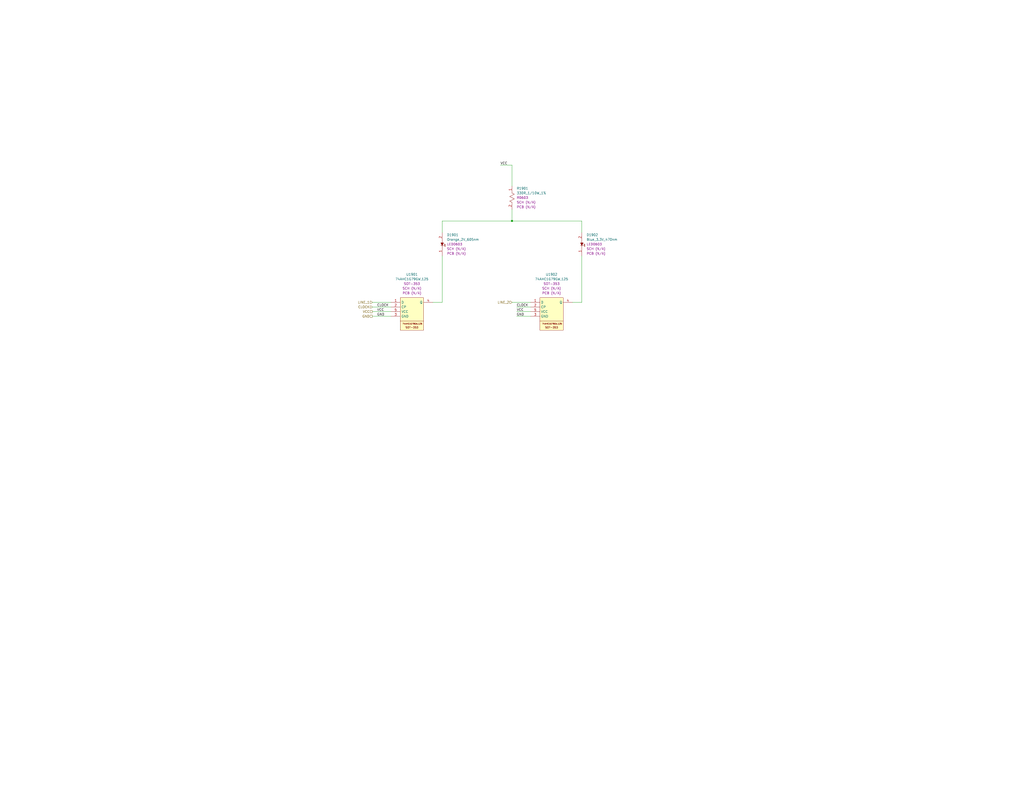
<source format=kicad_sch>
(kicad_sch (version 20231120) (generator "eeschema") (generator_version "8.0")
  (paper "C")
  (title_block (comment 2 "RELEASED"))
  (lib_symbols
    (symbol "_SCHLIB_ESP32-IsoLink:DIODE_LED_Blue_3.3V_20mA_470nm_LED0603" (exclude_from_sim yes)
      (property "Reference" "D" (at 2.794 3.81 0))
      (property "Value" "Blue_3.3V_470nm" (at 2.794 6.096 0))
      (property "Package" "LED0603" (at 2.794 11.43 0))
      (property "SCH CHECK" "SCH (N/A)" (at 2.794 16.256 0))
      (property "PCB CHECk" "PCB (N/A)" (at 2.794 19.05 0))
      (symbol "DIODE_LED_Blue_3.3V_20mA_470nm_LED0603_0_1"
        (polyline private (pts (xy 2.54 2.54) (xy 27.94 2.54)))
        (polyline private (pts (xy 2.54 5.08) (xy 27.94 5.08)))
        (polyline private (pts (xy 2.54 7.62) (xy 27.94 7.62)))
        (polyline private (pts (xy 2.54 10.16) (xy 27.94 10.16)))
        (polyline private (pts (xy 2.54 12.7) (xy 27.94 12.7)))
        (polyline private (pts (xy 2.54 15.24) (xy 27.94 15.24)))
        (polyline private (pts (xy 2.54 17.78) (xy 27.94 17.78)))
        (polyline private (pts (xy 2.54 20.32) (xy 27.94 20.32)))
        (polyline private (pts (xy 2.54 22.86) (xy 27.94 22.86)))
        (polyline private (pts (xy 2.54 25.4) (xy 27.94 25.4)))
        (polyline private (pts (xy 2.54 27.94) (xy 27.94 27.94)))
        (polyline private (pts (xy 2.54 30.48) (xy 27.94 30.48)))
        (polyline private (pts (xy 2.54 33.02) (xy 27.94 33.02)))
        (polyline private (pts (xy 2.54 35.56) (xy 27.94 35.56)))
        (polyline private (pts (xy 2.54 38.1) (xy 27.94 38.1)))
        (polyline private (pts (xy 2.54 40.64) (xy 27.94 40.64)))
        (polyline private (pts (xy 2.54 43.18) (xy 27.94 43.18)))
        (polyline private (pts (xy 2.54 45.72) (xy 27.94 45.72)))
        (polyline private (pts (xy 2.54 48.26) (xy 27.94 48.26)))
        (polyline private (pts (xy 2.54 50.8) (xy 27.94 50.8)))
      )
      (symbol "DIODE_LED_Blue_3.3V_20mA_470nm_LED0603_1_1"
        (polyline (pts (xy 5.588 0) (xy 5.08 0)))
        (polyline (pts (xy 6.096 1.016) (xy 6.604 1.524)))
        (polyline (pts (xy 6.858 1.016) (xy 7.366 1.524)))
        (polyline (pts (xy 7.112 0) (xy 7.62 0)))
        (polyline (pts (xy 7.112 0.762) (xy 7.112 -0.762)))
        (polyline (pts (xy 5.588 0.762) (xy 5.588 -0.762) (xy 7.112 0) (xy 5.588 0.762)) (fill (type outline)))
        (polyline (pts (xy 6.35 1.524) (xy 6.604 1.27) (xy 6.858 1.778) (xy 6.35 1.524)))
        (polyline (pts (xy 7.112 1.524) (xy 7.366 1.27) (xy 7.62 1.778) (xy 7.112 1.524)))
        (pin passive line (at 12.7 0 180) (length 5.08) (name "") (number "1"))
        (pin passive line (at 0 0 0) (length 5.08) (name "") (number "2"))
      )
    )
    (symbol "_SCHLIB_ESP32-IsoLink:DIODE_LED_Orange_2V_20mA_605nm_LED0603" (exclude_from_sim yes)
      (property "Reference" "D" (at 2.794 3.81 0))
      (property "Value" "Orange_2V_605nm" (at 2.794 6.096 0))
      (property "Package" "LED0603" (at 2.794 11.43 0))
      (property "SCH CHECK" "SCH (N/A)" (at 2.794 16.256 0))
      (property "PCB CHECk" "PCB (N/A)" (at 2.794 19.05 0))
      (symbol "DIODE_LED_Orange_2V_20mA_605nm_LED0603_0_1"
        (polyline private (pts (xy 2.54 2.54) (xy 27.94 2.54)))
        (polyline private (pts (xy 2.54 5.08) (xy 27.94 5.08)))
        (polyline private (pts (xy 2.54 7.62) (xy 27.94 7.62)))
        (polyline private (pts (xy 2.54 10.16) (xy 27.94 10.16)))
        (polyline private (pts (xy 2.54 12.7) (xy 27.94 12.7)))
        (polyline private (pts (xy 2.54 15.24) (xy 27.94 15.24)))
        (polyline private (pts (xy 2.54 17.78) (xy 27.94 17.78)))
        (polyline private (pts (xy 2.54 20.32) (xy 27.94 20.32)))
        (polyline private (pts (xy 2.54 22.86) (xy 27.94 22.86)))
        (polyline private (pts (xy 2.54 25.4) (xy 27.94 25.4)))
        (polyline private (pts (xy 2.54 27.94) (xy 27.94 27.94)))
        (polyline private (pts (xy 2.54 30.48) (xy 27.94 30.48)))
        (polyline private (pts (xy 2.54 33.02) (xy 27.94 33.02)))
        (polyline private (pts (xy 2.54 35.56) (xy 27.94 35.56)))
        (polyline private (pts (xy 2.54 38.1) (xy 27.94 38.1)))
        (polyline private (pts (xy 2.54 40.64) (xy 27.94 40.64)))
        (polyline private (pts (xy 2.54 43.18) (xy 27.94 43.18)))
        (polyline private (pts (xy 2.54 45.72) (xy 27.94 45.72)))
        (polyline private (pts (xy 2.54 48.26) (xy 27.94 48.26)))
        (polyline private (pts (xy 2.54 50.8) (xy 27.94 50.8)))
      )
      (symbol "DIODE_LED_Orange_2V_20mA_605nm_LED0603_1_1"
        (polyline (pts (xy 5.588 0) (xy 5.08 0)))
        (polyline (pts (xy 6.096 1.016) (xy 6.604 1.524)))
        (polyline (pts (xy 6.858 1.016) (xy 7.366 1.524)))
        (polyline (pts (xy 7.112 0) (xy 7.62 0)))
        (polyline (pts (xy 7.112 0.762) (xy 7.112 -0.762)))
        (polyline (pts (xy 5.588 0.762) (xy 5.588 -0.762) (xy 7.112 0) (xy 5.588 0.762)) (fill (type outline)))
        (polyline (pts (xy 6.35 1.524) (xy 6.604 1.27) (xy 6.858 1.778) (xy 6.35 1.524)))
        (polyline (pts (xy 7.112 1.524) (xy 7.366 1.27) (xy 7.62 1.778) (xy 7.112 1.524)))
        (pin passive line (at 12.7 0 180) (length 5.08) (name "") (number "1"))
        (pin passive line (at 0 0 0) (length 5.08) (name "") (number "2"))
      )
    )
    (symbol "_SCHLIB_ESP32-IsoLink:IC_FF_74AHC1G79GW,125_D Type_1 Bit_SOT-353" (exclude_from_sim yes)
      (property "Reference" "U" (at 2.794 3.81 0))
      (property "Value" "74AHC1G79GW,125" (at 2.794 6.096 0))
      (property "Package" "SOT-353" (at 2.794 11.43 0))
      (property "SCH CHECK" "SCH (N/A)" (at 2.794 16.256 0))
      (property "PCB CHECk" "PCB (N/A)" (at 2.794 19.05 0))
      (symbol "IC_FF_74AHC1G79GW,125_D Type_1 Bit_SOT-353_0_1"
        (polyline private (pts (xy 2.54 2.54) (xy 27.94 2.54)))
        (polyline private (pts (xy 2.54 5.08) (xy 27.94 5.08)))
        (polyline private (pts (xy 2.54 7.62) (xy 27.94 7.62)))
        (polyline private (pts (xy 2.54 10.16) (xy 27.94 10.16)))
        (polyline private (pts (xy 2.54 12.7) (xy 27.94 12.7)))
        (polyline private (pts (xy 2.54 15.24) (xy 27.94 15.24)))
        (polyline private (pts (xy 2.54 17.78) (xy 27.94 17.78)))
        (polyline private (pts (xy 2.54 20.32) (xy 27.94 20.32)))
        (polyline private (pts (xy 2.54 22.86) (xy 27.94 22.86)))
        (polyline private (pts (xy 2.54 25.4) (xy 27.94 25.4)))
        (polyline private (pts (xy 2.54 27.94) (xy 27.94 27.94)))
        (polyline private (pts (xy 2.54 30.48) (xy 27.94 30.48)))
        (polyline private (pts (xy 2.54 33.02) (xy 27.94 33.02)))
        (polyline private (pts (xy 2.54 35.56) (xy 27.94 35.56)))
        (polyline private (pts (xy 2.54 38.1) (xy 27.94 38.1)))
        (polyline private (pts (xy 2.54 40.64) (xy 27.94 40.64)))
        (polyline private (pts (xy 2.54 43.18) (xy 27.94 43.18)))
        (polyline private (pts (xy 2.54 45.72) (xy 27.94 45.72)))
        (polyline private (pts (xy 2.54 48.26) (xy 27.94 48.26)))
        (polyline private (pts (xy 2.54 50.8) (xy 27.94 50.8)))
      )
      (symbol "IC_FF_74AHC1G79GW,125_D Type_1 Bit_SOT-353_1_1"
        (polyline (pts (xy 0 -12.7) (xy 12.7 -12.7)))
        (rectangle (start 0 0) (end 12.7 -17.78) (fill (type background)))
        (text "74AHC1G79GW,125" (at 6.604 -14.224 0) (effects (font (size 0.762 0.762))))
        (text "SOT-353" (at 6.35 -16.256 0) (effects (font (size 1.016 1.016))))
        (pin passive line (at -5.08 -2.54 0) (length 5.08) (name "D") (number "1"))
        (pin passive line (at -5.08 -5.08 0) (length 5.08) (name "CP") (number "2"))
        (pin passive line (at -5.08 -10.16 0) (length 5.08) (name "GND") (number "3"))
        (pin passive line (at 17.78 -2.54 180) (length 5.08) (name "Q") (number "4"))
        (pin passive line (at -5.08 -7.62 0) (length 5.08) (name "VCC") (number "5"))
      )
    )
    (symbol "_SCHLIB_ESP32-IsoLink:RES_330R_1/10W_1%_R0603" (exclude_from_sim yes)
      (property "Reference" "R" (at 2.794 3.81 0))
      (property "Value" "330R_1/10W_1%" (at 2.794 6.096 0))
      (property "Package" "R0603" (at 2.794 11.43 0))
      (property "SCH CHECK" "SCH (N/A)" (at 2.794 16.256 0))
      (property "PCB CHECk" "PCB (N/A)" (at 2.794 19.05 0))
      (symbol "RES_330R_1/10W_1%_R0603_0_1"
        (polyline private (pts (xy 2.54 2.54) (xy 27.94 2.54)))
        (polyline private (pts (xy 2.54 5.08) (xy 27.94 5.08)))
        (polyline private (pts (xy 2.54 7.62) (xy 27.94 7.62)))
        (polyline private (pts (xy 2.54 10.16) (xy 27.94 10.16)))
        (polyline private (pts (xy 2.54 12.7) (xy 27.94 12.7)))
        (polyline private (pts (xy 2.54 15.24) (xy 27.94 15.24)))
        (polyline private (pts (xy 2.54 17.78) (xy 27.94 17.78)))
        (polyline private (pts (xy 2.54 20.32) (xy 27.94 20.32)))
        (polyline private (pts (xy 2.54 22.86) (xy 27.94 22.86)))
        (polyline private (pts (xy 2.54 25.4) (xy 27.94 25.4)))
        (polyline private (pts (xy 2.54 27.94) (xy 27.94 27.94)))
        (polyline private (pts (xy 2.54 30.48) (xy 27.94 30.48)))
        (polyline private (pts (xy 2.54 33.02) (xy 27.94 33.02)))
        (polyline private (pts (xy 2.54 35.56) (xy 27.94 35.56)))
        (polyline private (pts (xy 2.54 38.1) (xy 27.94 38.1)))
        (polyline private (pts (xy 2.54 40.64) (xy 27.94 40.64)))
        (polyline private (pts (xy 2.54 43.18) (xy 27.94 43.18)))
        (polyline private (pts (xy 2.54 45.72) (xy 27.94 45.72)))
        (polyline private (pts (xy 2.54 48.26) (xy 27.94 48.26)))
        (polyline private (pts (xy 2.54 50.8) (xy 27.94 50.8)))
        (polyline (pts (xy 3.81 0) (xy 4.445 1.27) (xy 5.715 -1.27) (xy 6.985 1.27) (xy 8.255 -1.27) (xy 8.89 0)))
      )
      (symbol "RES_330R_1/10W_1%_R0603_1_1"
        (pin passive line (at 0 0 0) (length 3.81) (name "") (number "1"))
        (pin passive line (at 12.7 0 180) (length 3.81) (name "") (number "2"))
      )
    )
  )
  (junction (at 279.4 120.65))
  (wire (pts (xy 236.22 165.1) (xy 241.3 165.1)))
  (wire (pts (xy 203.2 165.1) (xy 213.36 165.1)))
  (wire (pts (xy 241.3 120.65) (xy 241.3 127)))
  (wire (pts (xy 203.2 167.64) (xy 213.36 167.64)))
  (wire (pts (xy 281.94 167.64) (xy 289.56 167.64)))
  (wire (pts (xy 317.5 139.7) (xy 317.5 165.1)))
  (wire (pts (xy 279.4 114.3) (xy 279.4 120.65)))
  (wire (pts (xy 279.4 165.1) (xy 289.56 165.1)))
  (wire (pts (xy 281.94 172.72) (xy 289.56 172.72)))
  (wire (pts (xy 203.2 170.18) (xy 213.36 170.18)))
  (wire (pts (xy 279.4 90.17) (xy 279.4 101.6)))
  (wire (pts (xy 312.42 165.1) (xy 317.5 165.1)))
  (wire (pts (xy 241.3 139.7) (xy 241.3 165.1)))
  (wire (pts (xy 279.4 120.65) (xy 241.3 120.65)))
  (wire (pts (xy 203.2 172.72) (xy 213.36 172.72)))
  (wire (pts (xy 273.05 90.17) (xy 279.4 90.17)))
  (wire (pts (xy 317.5 127) (xy 317.5 120.65)))
  (wire (pts (xy 317.5 120.65) (xy 279.4 120.65)))
  (wire (pts (xy 281.94 170.18) (xy 289.56 170.18)))
  (label "VCC" (at 273.05 90.17 0))
  (label "GND" (at 205.74 172.72 0))
  (label "CLOCK" (at 205.74 167.64 0))
  (label "VCC" (at 281.94 170.18 0))
  (label "CLOCK" (at 281.94 167.64 0))
  (label "GND" (at 281.94 172.72 0))
  (label "VCC" (at 205.74 170.18 0))
  (hierarchical_label "GND" (shape passive) (at 203.2 172.72 180))
  (hierarchical_label "CLOCK" (shape input) (at 203.2 167.64 180))
  (hierarchical_label "LINE_1" (shape input) (at 203.2 165.1 180))
  (hierarchical_label "VCC" (shape passive) (at 203.2 170.18 180))
  (hierarchical_label "LINE_2" (shape input) (at 279.4 165.1 180))
  (symbol (lib_id "_SCHLIB_ESP32-IsoLink:RES_330R_1/10W_1%_R0603") (at 279.4 101.6 270) (unit 1) (exclude_from_sim yes)
    (property "Reference" "R1901" (at 281.94 102.8699 90) (effects (justify left)))
    (property "Value" "330R_1/10W_1%" (at 281.94 105.4099 90) (effects (justify left)))
    (property "Footprint" "_PCBLIB_ESP32-IsoLink:R_0603_1608Metric" (effects (hide yes)))
    (property "Datasheet" "https://www.te.com/usa-en/product-1622918-1.datasheet.pdf" (effects (hide yes)))
    (property "Description" "330 Ohms ±1% 0.1W, 1/10W Chip Resistor 0603 (1608 Metric) Thick Film" (effects (hide yes)))
    (property "Package" "R0603" (at 281.94 107.9499 90) (effects (justify left)))
    (property "Manufacturer 1" "TE Connectivity Passive Product" (effects (hide yes)))
    (property "MPN 1" "CRG0603F330R" (effects (hide yes)))
    (property "Vendor 1 Part# - TR" "A121525TR-ND" (effects (hide yes)))
    (property "Vendor 1 Part# - CT" "A121525CT-ND" (effects (hide yes)))
    (property "Vendor 1" "Digikey" (effects (hide yes)))
    (property "Purchase Link 1" "https://www.digikey.ca/en/products/detail/te-connectivity-passive-product/CRG0603F330R/2380765" (effects (hide yes)))
    (property "Manufacturer 2" "YAGEO" (effects (hide yes)))
    (property "MPN 2" "RC0603FR-07330RL" (effects (hide yes)))
    (property "Vendor 2 Part# - TR" "C105881" (effects (hide yes)))
    (property "Vendor 2 Part# - CT" "C105881" (effects (hide yes)))
    (property "Vendor 2" "LCSC Electronics" (effects (hide yes)))
    (property "Purchase Link 2" "https://www.lcsc.com/product-detail/Chip-Resistor-Surface-Mount_YAGEO-RC0603FR-07330RL_C105881.html" (effects (hide yes)))
    (property "SCH CHECK" "SCH (N/A)" (at 281.94 110.4899 90) (effects (justify left)))
    (property "PCB CHECk" "PCB (N/A)" (at 281.94 113.0299 90) (effects (justify left)))
    (instances (project "_HW_ESP32-IsoLink" (path "" (reference "R1901") (unit 1)) (path "" (reference "R2101") (unit 1)) (path "" (reference "R2201") (unit 1)) (path "" (reference "R2001") (unit 1))))
  )
  (symbol (lib_id "_SCHLIB_ESP32-IsoLink:DIODE_LED_Blue_3.3V_20mA_470nm_LED0603") (at 317.5 127 270) (unit 1) (exclude_from_sim yes)
    (property "Reference" "D1902" (at 320.04 128.2699 90) (effects (justify left)))
    (property "Value" "Blue_3.3V_470nm" (at 320.04 130.8099 90) (effects (justify left)))
    (property "Footprint" "_PCBLIB_ESP32-IsoLink:LED_0603_1608Metric" (effects (hide yes)))
    (property "Datasheet" "https://mm.digikey.com/Volume0/opasdata/d220001/medias/docus/3629/B1931NB--20C007614U1930.pdf" (effects (hide yes)))
    (property "Description" "Blue 470nm LED Indication - Discrete 3.3V 0603 (1608 Metric)" (effects (hide yes)))
    (property "Package" "LED0603" (at 320.04 133.3499 90) (effects (justify left)))
    (property "Manufacturer 1" "Harvatek Corporation" (effects (hide yes)))
    (property "MPN 1" "B1931NB--20C007614U1930" (effects (hide yes)))
    (property "Vendor 1 Part# - TR" "3147-B1931NB--20C007614U1930TR-ND" (effects (hide yes)))
    (property "Vendor 1 Part# - CT" "3147-B1931NB--20C007614U1930CT-ND" (effects (hide yes)))
    (property "Vendor 1" "Digikey" (effects (hide yes)))
    (property "Purchase Link 1" "https://www.digikey.ca/en/products/detail/harvatek-corporation/B1931NB-20C007614U1930/15861263" (effects (hide yes)))
    (property "Manufacturer 2" "TUOZHAN" (effects (hide yes)))
    (property "MPN 2" "F.0603.00007/P2-0603B2TS2-06T-002" (effects (hide yes)))
    (property "Vendor 2 Part# - TR" "C7496809" (effects (hide yes)))
    (property "Vendor 2 Part# - CT" "C7496809" (effects (hide yes)))
    (property "Vendor 2" "LCSC Electronics" (effects (hide yes)))
    (property "Purchase Link 2" "https://www.lcsc.com/product-detail/LED-Indication-Discrete_TUOZHAN-F-0603-00007-P2-0603B2TS2-06T-002_C7496809.html?s_z=n_LED" (effects (hide yes)))
    (property "SCH CHECK" "SCH (N/A)" (at 320.04 135.8899 90) (effects (justify left)))
    (property "PCB CHECk" "PCB (N/A)" (at 320.04 138.4299 90) (effects (justify left)))
    (instances (project "_HW_ESP32-IsoLink" (path "" (reference "D1902") (unit 1)) (path "" (reference "D2102") (unit 1)) (path "" (reference "D2202") (unit 1)) (path "" (reference "D2002") (unit 1))))
  )
  (symbol (lib_id "_SCHLIB_ESP32-IsoLink:DIODE_LED_Orange_2V_20mA_605nm_LED0603") (at 241.3 127 270) (unit 1) (exclude_from_sim yes)
    (property "Reference" "D1901" (at 243.84 128.2699 90) (effects (justify left)))
    (property "Value" "Orange_2V_605nm" (at 243.84 130.8099 90) (effects (justify left)))
    (property "Footprint" "_PCBLIB_ESP32-IsoLink:LED_0603_1608Metric" (effects (hide yes)))
    (property "Datasheet" "https://mm.digikey.com/Volume0/opasdata/d220001/medias/docus/3697/B1911UD--20D001014U1930.pdf" (effects (hide yes)))
    (property "Description" "Orange 605nm LED Indication - Discrete 2V 0603 (1608 Metric)" (effects (hide yes)))
    (property "Package" "LED0603" (at 243.84 133.3499 90) (effects (justify left)))
    (property "Manufacturer 1" "Harvatek Corporation" (effects (hide yes)))
    (property "MPN 1" "B1911UD--20D001014U1930" (effects (hide yes)))
    (property "Vendor 1 Part# - TR" "3147-B1911UD--20D001014U1930TR-ND" (effects (hide yes)))
    (property "Vendor 1 Part# - CT" "3147-B1911UD--20D001014U1930CT-ND" (effects (hide yes)))
    (property "Vendor 1" "Digikey" (effects (hide yes)))
    (property "Purchase Link 1" "https://www.digikey.ca/en/products/detail/harvatek-corporation/B1911UD-20D001014U1930/15519993" (effects (hide yes)))
    (property "Manufacturer 2" "Lite-On" (effects (hide yes)))
    (property "MPN 2" "LTST-C190KFKT" (effects (hide yes)))
    (property "Vendor 2 Part# - TR" "C157740" (effects (hide yes)))
    (property "Vendor 2 Part# - CT" "C157740" (effects (hide yes)))
    (property "Vendor 2" "LCSC Electronics" (effects (hide yes)))
    (property "Purchase Link 2" "https://www.lcsc.com/product-detail/LED-Indication-Discrete_Lite-On-LTST-C190KFKT_C157740.html?s_z=n_LED" (effects (hide yes)))
    (property "SCH CHECK" "SCH (N/A)" (at 243.84 135.8899 90) (effects (justify left)))
    (property "PCB CHECk" "PCB (N/A)" (at 243.84 138.4299 90) (effects (justify left)))
    (instances (project "_HW_ESP32-IsoLink" (path "" (reference "D1901") (unit 1)) (path "" (reference "D2101") (unit 1)) (path "" (reference "D2201") (unit 1)) (path "" (reference "D2001") (unit 1))))
  )
  (symbol (lib_id "_SCHLIB_ESP32-IsoLink:IC_FF_74AHC1G79GW,125_D Type_1 Bit_SOT-353") (at 294.64 162.56 0) (unit 1) (exclude_from_sim yes)
    (property "Reference" "U1902" (at 300.99 149.86 0))
    (property "Value" "74AHC1G79GW,125" (at 300.99 152.4 0))
    (property "Footprint" "_PCBLIB_ESP32-IsoLink:SOT-353_SC-70-5" (effects (hide yes)))
    (property "Datasheet" "https://assets.nexperia.com/documents/data-sheet/74AHC_AHCT1G79.pdf" (effects (hide yes)))
    (property "Description" "Flip Flop 1 Element D-Type 1 Bit Positive Edge 5-TSSOP, SC-70-5, SOT-353" (effects (hide yes)))
    (property "Package" "SOT-353" (at 300.99 154.94 0))
    (property "Manufacturer 1" "Nexperia USA Inc." (effects (hide yes)))
    (property "MPN 1" "74AHC1G79GW,125" (effects (hide yes)))
    (property "Vendor 1 Part# - TR" "1727-6019-2-ND" (effects (hide yes)))
    (property "Vendor 1 Part# - CT" "1727-6019-1-ND" (effects (hide yes)))
    (property "Vendor 1" "Digikey" (effects (hide yes)))
    (property "Purchase Link 1" "https://www.digikey.ca/en/products/detail/nexperia-usa-inc/74AHC1G79GW-125/1229497" (effects (hide yes)))
    (property "Manufacturer 2" "Nexperia" (effects (hide yes)))
    (property "MPN 2" "74AHC1G79GW,125" (effects (hide yes)))
    (property "Vendor 2 Part# - TR" "C554316" (effects (hide yes)))
    (property "Vendor 2 Part# - CT" "C554316" (effects (hide yes)))
    (property "Vendor 2" "LCSC Electronics" (effects (hide yes)))
    (property "Purchase Link 2" "https://www.lcsc.com/product-detail/Flip-Flops_Nexperia-74AHC1G79GW-125_C554316.html?s_z=n_74AHC1G79GW,125" (effects (hide yes)))
    (property "SCH CHECK" "SCH (N/A)" (at 300.99 157.48 0))
    (property "PCB CHECk" "PCB (N/A)" (at 300.99 160.02 0))
    (instances (project "_HW_ESP32-IsoLink" (path "" (reference "U1902") (unit 1)) (path "" (reference "U2102") (unit 1)) (path "" (reference "U2202") (unit 1)) (path "" (reference "U2002") (unit 1))))
  )
  (symbol (lib_id "_SCHLIB_ESP32-IsoLink:IC_FF_74AHC1G79GW,125_D Type_1 Bit_SOT-353") (at 218.44 162.56 0) (unit 1) (exclude_from_sim yes)
    (property "Reference" "U1901" (at 224.79 149.86 0))
    (property "Value" "74AHC1G79GW,125" (at 224.79 152.4 0))
    (property "Footprint" "_PCBLIB_ESP32-IsoLink:SOT-353_SC-70-5" (effects (hide yes)))
    (property "Datasheet" "https://assets.nexperia.com/documents/data-sheet/74AHC_AHCT1G79.pdf" (effects (hide yes)))
    (property "Description" "Flip Flop 1 Element D-Type 1 Bit Positive Edge 5-TSSOP, SC-70-5, SOT-353" (effects (hide yes)))
    (property "Package" "SOT-353" (at 224.79 154.94 0))
    (property "Manufacturer 1" "Nexperia USA Inc." (effects (hide yes)))
    (property "MPN 1" "74AHC1G79GW,125" (effects (hide yes)))
    (property "Vendor 1 Part# - TR" "1727-6019-2-ND" (effects (hide yes)))
    (property "Vendor 1 Part# - CT" "1727-6019-1-ND" (effects (hide yes)))
    (property "Vendor 1" "Digikey" (effects (hide yes)))
    (property "Purchase Link 1" "https://www.digikey.ca/en/products/detail/nexperia-usa-inc/74AHC1G79GW-125/1229497" (effects (hide yes)))
    (property "Manufacturer 2" "Nexperia" (effects (hide yes)))
    (property "MPN 2" "74AHC1G79GW,125" (effects (hide yes)))
    (property "Vendor 2 Part# - TR" "C554316" (effects (hide yes)))
    (property "Vendor 2 Part# - CT" "C554316" (effects (hide yes)))
    (property "Vendor 2" "LCSC Electronics" (effects (hide yes)))
    (property "Purchase Link 2" "https://www.lcsc.com/product-detail/Flip-Flops_Nexperia-74AHC1G79GW-125_C554316.html?s_z=n_74AHC1G79GW,125" (effects (hide yes)))
    (property "SCH CHECK" "SCH (N/A)" (at 224.79 157.48 0))
    (property "PCB CHECk" "PCB (N/A)" (at 224.79 160.02 0))
    (instances (project "_HW_ESP32-IsoLink" (path "" (reference "U1901") (unit 1)) (path "" (reference "U2101") (unit 1)) (path "" (reference "U2201") (unit 1)) (path "" (reference "U2001") (unit 1))))
  )
)
</source>
